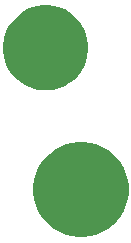
<source format=gbr>
%FSTAX23Y23*%
%MOIN*%
%SFA1B1*%

%IPPOS*%
%LNpcb2_npth_drill-1*%
%LPD*%
G36*
X05077Y01299D02*
Y01288D01*
X0508Y01268*
X05085Y01248*
X05093Y01228*
X05103Y0121*
X05116Y01194*
X05131Y01179*
X05147Y01166*
X05165Y01156*
X05185Y01148*
X05205Y01143*
X05225Y0114*
X05236*
X05246*
X05267Y01143*
X05287Y01148*
X05306Y01156*
X05324Y01166*
X05341Y01179*
X05355Y01194*
X05368Y0121*
X05378Y01228*
X05386Y01248*
X05392Y01268*
X05394Y01288*
Y01299*
Y01309*
X05392Y0133*
X05386Y0135*
X05378Y01369*
X05368Y01387*
X05355Y01404*
X05341Y01418*
X05324Y01431*
X05306Y01441*
X05287Y01449*
X05267Y01455*
X05246Y01457*
X05236*
X05225*
X05205Y01455*
X05185Y01449*
X05165Y01441*
X05147Y01431*
X05131Y01418*
X05116Y01404*
X05103Y01387*
X05093Y01369*
X05085Y0135*
X0508Y0133*
X05077Y01309*
Y01299*
G37*
G36*
X04976Y01771D02*
Y01762D01*
X04978Y01743*
X04983Y01725*
X0499Y01708*
X04999Y01692*
X05011Y01677*
X05024Y01664*
X05039Y01653*
X05055Y01644*
X05072Y01636*
X0509Y01632*
X05108Y01629*
X05118*
X05127*
X05145Y01632*
X05163Y01636*
X05181Y01644*
X05197Y01653*
X05211Y01664*
X05225Y01677*
X05236Y01692*
X05245Y01708*
X05252Y01725*
X05257Y01743*
X0526Y01762*
Y01771*
Y0178*
X05257Y01799*
X05252Y01817*
X05245Y01834*
X05236Y0185*
X05225Y01865*
X05211Y01878*
X05197Y01889*
X05181Y01899*
X05163Y01906*
X05145Y01911*
X05127Y01913*
X05118*
X05108*
X0509Y01911*
X05072Y01906*
X05055Y01899*
X05039Y01889*
X05024Y01878*
X05011Y01865*
X04999Y0185*
X0499Y01834*
X04983Y01817*
X04978Y01799*
X04976Y0178*
Y01771*
G37*
M02*
</source>
